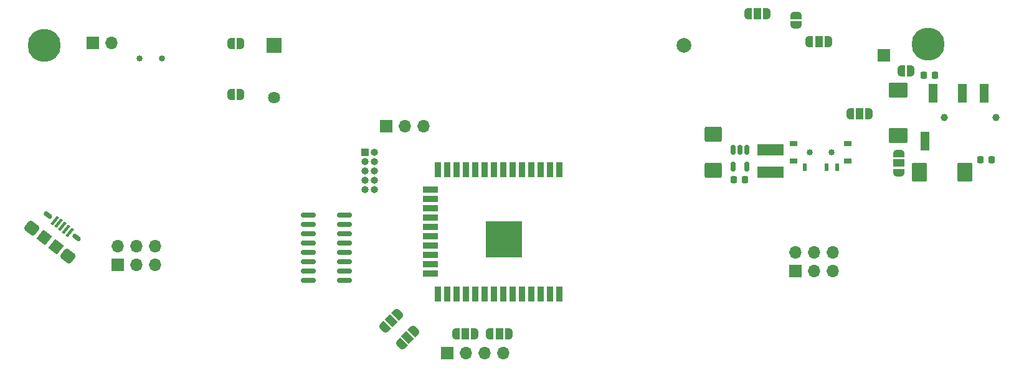
<source format=gbr>
%TF.GenerationSoftware,KiCad,Pcbnew,(6.0.5)*%
%TF.CreationDate,2023-09-14T14:32:31-07:00*%
%TF.ProjectId,Monkeys,4d6f6e6b-6579-4732-9e6b-696361645f70,3.7*%
%TF.SameCoordinates,Original*%
%TF.FileFunction,Soldermask,Bot*%
%TF.FilePolarity,Negative*%
%FSLAX46Y46*%
G04 Gerber Fmt 4.6, Leading zero omitted, Abs format (unit mm)*
G04 Created by KiCad (PCBNEW (6.0.5)) date 2023-09-14 14:32:31*
%MOMM*%
%LPD*%
G01*
G04 APERTURE LIST*
G04 Aperture macros list*
%AMRoundRect*
0 Rectangle with rounded corners*
0 $1 Rounding radius*
0 $2 $3 $4 $5 $6 $7 $8 $9 X,Y pos of 4 corners*
0 Add a 4 corners polygon primitive as box body*
4,1,4,$2,$3,$4,$5,$6,$7,$8,$9,$2,$3,0*
0 Add four circle primitives for the rounded corners*
1,1,$1+$1,$2,$3*
1,1,$1+$1,$4,$5*
1,1,$1+$1,$6,$7*
1,1,$1+$1,$8,$9*
0 Add four rect primitives between the rounded corners*
20,1,$1+$1,$2,$3,$4,$5,0*
20,1,$1+$1,$4,$5,$6,$7,0*
20,1,$1+$1,$6,$7,$8,$9,0*
20,1,$1+$1,$8,$9,$2,$3,0*%
%AMHorizOval*
0 Thick line with rounded ends*
0 $1 width*
0 $2 $3 position (X,Y) of the first rounded end (center of the circle)*
0 $4 $5 position (X,Y) of the second rounded end (center of the circle)*
0 Add line between two ends*
20,1,$1,$2,$3,$4,$5,0*
0 Add two circle primitives to create the rounded ends*
1,1,$1,$2,$3*
1,1,$1,$4,$5*%
%AMRotRect*
0 Rectangle, with rotation*
0 The origin of the aperture is its center*
0 $1 length*
0 $2 width*
0 $3 Rotation angle, in degrees counterclockwise*
0 Add horizontal line*
21,1,$1,$2,0,0,$3*%
%AMFreePoly0*
4,1,22,0.500000,-0.750000,0.000000,-0.750000,0.000000,-0.745033,-0.079941,-0.743568,-0.215256,-0.701293,-0.333266,-0.622738,-0.424486,-0.514219,-0.481581,-0.384460,-0.499164,-0.250000,-0.500000,-0.250000,-0.500000,0.250000,-0.499164,0.250000,-0.499963,0.256109,-0.478152,0.396186,-0.417904,0.524511,-0.324060,0.630769,-0.204165,0.706417,-0.067858,0.745374,0.000000,0.744959,0.000000,0.750000,
0.500000,0.750000,0.500000,-0.750000,0.500000,-0.750000,$1*%
%AMFreePoly1*
4,1,20,0.000000,0.744959,0.073905,0.744508,0.209726,0.703889,0.328688,0.626782,0.421226,0.519385,0.479903,0.390333,0.500000,0.250000,0.500000,-0.250000,0.499851,-0.262216,0.476331,-0.402017,0.414519,-0.529596,0.319384,-0.634700,0.198574,-0.708877,0.061801,-0.746166,0.000000,-0.745033,0.000000,-0.750000,-0.500000,-0.750000,-0.500000,0.750000,0.000000,0.750000,0.000000,0.744959,
0.000000,0.744959,$1*%
%AMFreePoly2*
4,1,22,0.550000,-0.750000,0.000000,-0.750000,0.000000,-0.745033,-0.079941,-0.743568,-0.215256,-0.701293,-0.333266,-0.622738,-0.424486,-0.514219,-0.481581,-0.384460,-0.499164,-0.250000,-0.500000,-0.250000,-0.500000,0.250000,-0.499164,0.250000,-0.499963,0.256109,-0.478152,0.396186,-0.417904,0.524511,-0.324060,0.630769,-0.204165,0.706417,-0.067858,0.745374,0.000000,0.744960,0.000000,0.750000,
0.550000,0.750000,0.550000,-0.750000,0.550000,-0.750000,$1*%
%AMFreePoly3*
4,1,20,0.000000,0.744960,0.073905,0.744508,0.209726,0.703889,0.328688,0.626782,0.421226,0.519385,0.479903,0.390333,0.500000,0.250000,0.500000,-0.250000,0.499851,-0.262216,0.476331,-0.402017,0.414519,-0.529596,0.319384,-0.634700,0.198574,-0.708877,0.061801,-0.746166,0.000000,-0.745033,0.000000,-0.750000,-0.550000,-0.750000,-0.550000,0.750000,0.000000,0.750000,0.000000,0.744960,
0.000000,0.744960,$1*%
G04 Aperture macros list end*
%ADD10FreePoly0,90.000000*%
%ADD11FreePoly1,90.000000*%
%ADD12C,4.500000*%
%ADD13C,0.850000*%
%ADD14R,1.700000X1.700000*%
%ADD15O,1.700000X1.700000*%
%ADD16R,1.000000X1.000000*%
%ADD17O,1.000000X1.000000*%
%ADD18RoundRect,0.250000X-0.925000X0.787500X-0.925000X-0.787500X0.925000X-0.787500X0.925000X0.787500X0*%
%ADD19R,0.900000X2.000000*%
%ADD20R,2.000000X0.900000*%
%ADD21R,5.000000X5.000000*%
%ADD22RoundRect,0.150000X-0.150000X0.512500X-0.150000X-0.512500X0.150000X-0.512500X0.150000X0.512500X0*%
%ADD23FreePoly2,45.000000*%
%ADD24RotRect,1.000000X1.500000X45.000000*%
%ADD25FreePoly3,45.000000*%
%ADD26FreePoly1,180.000000*%
%ADD27FreePoly0,180.000000*%
%ADD28RotRect,0.400000X1.350000X142.000000*%
%ADD29HorizOval,0.650000X-0.256103X0.200090X0.256103X-0.200090X0*%
%ADD30RoundRect,0.400000X0.147741X-0.623035X0.640270X0.007374X-0.147741X0.623035X-0.640270X-0.007374X0*%
%ADD31HorizOval,0.775000X0.238569X0.305354X-0.238569X-0.305354X0*%
%ADD32RotRect,1.500000X1.550000X142.000000*%
%ADD33FreePoly2,90.000000*%
%ADD34R,1.500000X1.000000*%
%ADD35FreePoly3,90.000000*%
%ADD36FreePoly2,225.000000*%
%ADD37RotRect,1.000000X1.500000X225.000000*%
%ADD38FreePoly3,225.000000*%
%ADD39RoundRect,0.250000X1.025000X-0.787500X1.025000X0.787500X-1.025000X0.787500X-1.025000X-0.787500X0*%
%ADD40RoundRect,0.150000X-0.825000X-0.150000X0.825000X-0.150000X0.825000X0.150000X-0.825000X0.150000X0*%
%ADD41C,1.630000*%
%ADD42R,2.000000X2.000000*%
%ADD43C,2.000000*%
%ADD44RoundRect,0.225000X0.225000X0.250000X-0.225000X0.250000X-0.225000X-0.250000X0.225000X-0.250000X0*%
%ADD45FreePoly3,0.000000*%
%ADD46R,1.000000X1.500000*%
%ADD47FreePoly2,0.000000*%
%ADD48FreePoly2,180.000000*%
%ADD49FreePoly3,180.000000*%
%ADD50R,0.600000X1.000000*%
%ADD51R,1.000000X0.700000*%
%ADD52R,3.600000X1.500000*%
%ADD53RoundRect,0.225000X-0.225000X-0.250000X0.225000X-0.250000X0.225000X0.250000X-0.225000X0.250000X0*%
%ADD54RoundRect,0.250000X-0.787500X-1.025000X0.787500X-1.025000X0.787500X1.025000X-0.787500X1.025000X0*%
%ADD55C,1.000000*%
%ADD56R,1.200000X2.500000*%
G04 APERTURE END LIST*
D10*
%TO.C,JP6*%
X192730000Y-61750000D03*
D11*
X192730000Y-60450000D03*
%TD*%
D12*
%TO.C,H1*%
X90599400Y-64476800D03*
%TD*%
D13*
%TO.C,SW5*%
X103545000Y-66255000D03*
X106545000Y-66255000D03*
%TD*%
D14*
%TO.C,J2*%
X137070000Y-75540000D03*
D15*
X139610000Y-75540000D03*
X142150000Y-75540000D03*
%TD*%
D14*
%TO.C,LCD1*%
X145350000Y-106400000D03*
D15*
X147890000Y-106400000D03*
X150430000Y-106400000D03*
X152970000Y-106400000D03*
%TD*%
D12*
%TO.C,H2*%
X210741400Y-64349800D03*
%TD*%
D14*
%TO.C,TP1*%
X204740000Y-65840000D03*
%TD*%
D15*
%TO.C,SAO2*%
X192712500Y-92672500D03*
D14*
X192712500Y-95212500D03*
D15*
X197792500Y-92672500D03*
X197792500Y-95212500D03*
X195252500Y-95212500D03*
X195252500Y-92672500D03*
%TD*%
%TO.C,SAO1*%
X100530800Y-91847200D03*
D14*
X100530800Y-94387200D03*
D15*
X105610800Y-91847200D03*
X105610800Y-94387200D03*
X103070800Y-94387200D03*
X103070800Y-91847200D03*
%TD*%
D16*
%TO.C,J1*%
X134210000Y-79060000D03*
D17*
X135480000Y-79060000D03*
X134210000Y-80330000D03*
X135480000Y-80330000D03*
X134210000Y-81600000D03*
X135480000Y-81600000D03*
X134210000Y-82870000D03*
X135480000Y-82870000D03*
X134210000Y-84140000D03*
X135480000Y-84140000D03*
%TD*%
D18*
%TO.C,C11*%
X181530000Y-76610000D03*
X181530000Y-81535000D03*
%TD*%
D19*
%TO.C,U6*%
X160575000Y-98400000D03*
X159305000Y-98400000D03*
X158035000Y-98400000D03*
X156765000Y-98400000D03*
X155495000Y-98400000D03*
X154225000Y-98400000D03*
X152955000Y-98400000D03*
X151685000Y-98400000D03*
X150415000Y-98400000D03*
X149145000Y-98400000D03*
X147875000Y-98400000D03*
X146605000Y-98400000D03*
X145335000Y-98400000D03*
X144065000Y-98400000D03*
D20*
X143065000Y-95615000D03*
X143065000Y-94345000D03*
X143065000Y-93075000D03*
X143065000Y-91805000D03*
X143065000Y-90535000D03*
X143065000Y-89265000D03*
X143065000Y-87995000D03*
X143065000Y-86725000D03*
X143065000Y-85455000D03*
X143065000Y-84185000D03*
D19*
X144065000Y-81400000D03*
X145335000Y-81400000D03*
X146605000Y-81400000D03*
X147875000Y-81400000D03*
X149145000Y-81400000D03*
X150415000Y-81400000D03*
X151685000Y-81400000D03*
X152955000Y-81400000D03*
X154225000Y-81400000D03*
X155495000Y-81400000D03*
X156765000Y-81400000D03*
X158035000Y-81400000D03*
X159305000Y-81400000D03*
X160575000Y-81400000D03*
D21*
X153075000Y-90900000D03*
%TD*%
D22*
%TO.C,U7*%
X184210000Y-78740000D03*
X185160000Y-78740000D03*
X186110000Y-78740000D03*
X186110000Y-81015000D03*
X184210000Y-81015000D03*
%TD*%
D23*
%TO.C,JP13*%
X139050761Y-105209239D03*
D24*
X139970000Y-104290000D03*
D25*
X140889239Y-103370761D03*
%TD*%
D26*
%TO.C,R35*%
X115980000Y-71200000D03*
D27*
X117280000Y-71200000D03*
%TD*%
D28*
%TO.C,J5*%
X94054441Y-89959514D03*
X93542234Y-89559334D03*
X93030027Y-89159154D03*
X92517820Y-88758974D03*
X92005613Y-88358794D03*
D29*
X95000054Y-90698308D03*
X91060000Y-87620000D03*
D30*
X93820424Y-93203029D03*
D31*
X94125779Y-93441598D03*
D32*
X92155752Y-91902444D03*
X90579730Y-90671122D03*
D30*
X88915058Y-89370537D03*
D31*
X88609703Y-89131968D03*
%TD*%
D33*
%TO.C,JP10*%
X206760002Y-81830000D03*
D34*
X206760002Y-80530000D03*
D35*
X206760002Y-79230000D03*
%TD*%
D36*
%TO.C,JP12*%
X138639239Y-101110761D03*
D37*
X137720000Y-102030000D03*
D38*
X136800761Y-102949239D03*
%TD*%
D39*
%TO.C,C13*%
X206680000Y-76805000D03*
X206680000Y-70580000D03*
%TD*%
D40*
%TO.C,U3*%
X126460000Y-96510000D03*
X126460000Y-95240000D03*
X126460000Y-93970000D03*
X126460000Y-92700000D03*
X126460000Y-91430000D03*
X126460000Y-90160000D03*
X126460000Y-88890000D03*
X126460000Y-87620000D03*
X131410000Y-87620000D03*
X131410000Y-88890000D03*
X131410000Y-90160000D03*
X131410000Y-91430000D03*
X131410000Y-92700000D03*
X131410000Y-93970000D03*
X131410000Y-95240000D03*
X131410000Y-96510000D03*
%TD*%
D41*
%TO.C,BT1*%
X121780000Y-71600000D03*
D42*
X121780000Y-64540000D03*
D43*
X177500000Y-64540000D03*
%TD*%
D27*
%TO.C,JP5*%
X208350000Y-68000000D03*
D26*
X207050000Y-68000000D03*
%TD*%
D44*
%TO.C,FB4*%
X211670000Y-68530000D03*
X210120000Y-68530000D03*
%TD*%
D45*
%TO.C,JP4*%
X188810000Y-60210000D03*
D46*
X187510000Y-60210000D03*
D47*
X186210000Y-60210000D03*
%TD*%
D48*
%TO.C,JP15*%
X153744000Y-103770000D03*
D46*
X152444000Y-103770000D03*
D49*
X151144000Y-103770000D03*
%TD*%
D13*
%TO.C,SW7*%
X194620000Y-79070000D03*
X197620000Y-79070000D03*
D50*
X193920000Y-81070000D03*
X196920000Y-81070000D03*
X198370000Y-81070000D03*
D51*
X199820000Y-80220000D03*
X192420000Y-80220000D03*
X192420000Y-77920000D03*
X199820000Y-77920000D03*
%TD*%
D52*
%TO.C,L4*%
X189260000Y-78750000D03*
X189260000Y-81800000D03*
%TD*%
D47*
%TO.C,JP3*%
X194580000Y-64032500D03*
D46*
X195880000Y-64032500D03*
D45*
X197180000Y-64032500D03*
%TD*%
D53*
%TO.C,FB3*%
X217835000Y-80100000D03*
X219385000Y-80100000D03*
%TD*%
D26*
%TO.C,R32*%
X115980000Y-64220000D03*
D27*
X117280000Y-64220000D03*
%TD*%
D14*
%TO.C,J3*%
X97160000Y-64150000D03*
D15*
X99700000Y-64150000D03*
%TD*%
D53*
%TO.C,C10*%
X184290000Y-82800000D03*
X185840000Y-82800000D03*
%TD*%
D48*
%TO.C,JP9*%
X202690000Y-73850000D03*
D46*
X201390000Y-73850000D03*
D49*
X200090000Y-73850000D03*
%TD*%
D54*
%TO.C,C16*%
X209525000Y-81750000D03*
X215750000Y-81750000D03*
%TD*%
D55*
%TO.C,J4*%
X219955000Y-74300000D03*
X212955000Y-74300000D03*
D56*
X215355000Y-71050000D03*
X218355000Y-71050000D03*
X210255000Y-77550000D03*
X211355000Y-71050000D03*
%TD*%
D47*
%TO.C,JP14*%
X146494000Y-103760000D03*
D46*
X147794000Y-103760000D03*
D45*
X149094000Y-103760000D03*
%TD*%
M02*

</source>
